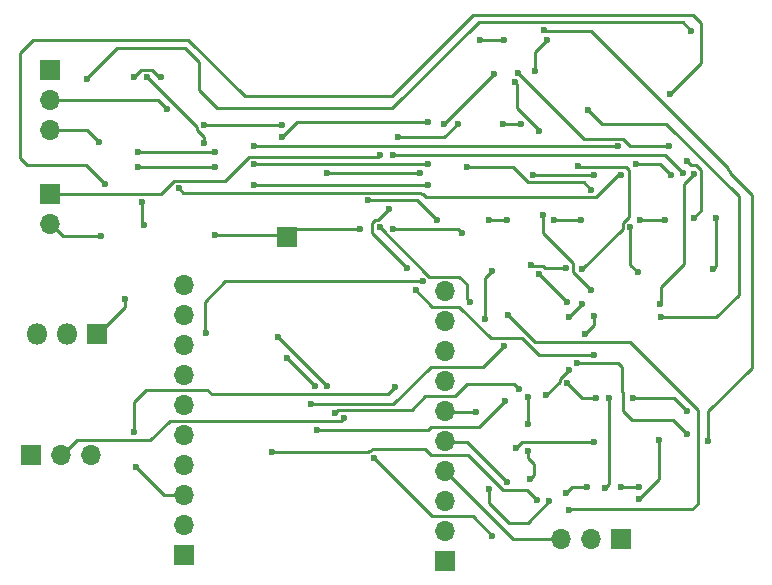
<source format=gbl>
G04 #@! TF.FileFunction,Copper,L2,Bot,Signal*
%FSLAX46Y46*%
G04 Gerber Fmt 4.6, Leading zero omitted, Abs format (unit mm)*
G04 Created by KiCad (PCBNEW 4.0.4-stable) date 11/20/17 17:19:46*
%MOMM*%
%LPD*%
G01*
G04 APERTURE LIST*
%ADD10C,0.100000*%
%ADD11R,1.700000X1.700000*%
%ADD12O,1.700000X1.700000*%
%ADD13R,1.800000X1.800000*%
%ADD14O,1.800000X1.800000*%
%ADD15C,0.600000*%
%ADD16C,0.250000*%
G04 APERTURE END LIST*
D10*
D11*
X116468359Y-96889499D03*
D12*
X116468359Y-99429499D03*
X116468359Y-101969499D03*
D11*
X114884200Y-129552700D03*
D12*
X117424200Y-129552700D03*
X119964200Y-129552700D03*
D11*
X149936200Y-138493500D03*
D12*
X149936200Y-135953500D03*
X149936200Y-133413500D03*
X149936200Y-130873500D03*
X149936200Y-128333500D03*
X149936200Y-125793500D03*
X149936200Y-123253500D03*
X149936200Y-120713500D03*
X149936200Y-118173500D03*
X149936200Y-115633500D03*
D11*
X164846000Y-136588500D03*
D12*
X162306000Y-136588500D03*
X159766000Y-136588500D03*
D11*
X116532859Y-107381999D03*
D12*
X116532859Y-109921999D03*
D11*
X127838200Y-138010900D03*
D12*
X127838200Y-135470900D03*
X127838200Y-132930900D03*
X127838200Y-130390900D03*
X127838200Y-127850900D03*
X127838200Y-125310900D03*
X127838200Y-122770900D03*
X127838200Y-120230900D03*
X127838200Y-117690900D03*
X127838200Y-115150900D03*
D11*
X136575800Y-111061500D03*
D13*
X120472200Y-119265700D03*
D14*
X117932200Y-119265700D03*
X115392200Y-119265700D03*
D15*
X153339800Y-118021100D03*
X153924000Y-113957100D03*
X152527000Y-125857000D03*
X155956000Y-128905000D03*
X162560000Y-128397000D03*
X157226000Y-113411000D03*
X160147000Y-113665000D03*
X129540000Y-101600000D03*
X136144000Y-101600000D03*
X149225000Y-109601000D03*
X143383000Y-107950000D03*
X122809000Y-116332000D03*
X126365000Y-100203000D03*
X172593000Y-113792000D03*
X172847000Y-109474000D03*
X161417000Y-109601000D03*
X159131000Y-109601000D03*
X155194000Y-109601000D03*
X153670000Y-109601000D03*
X130429000Y-103886000D03*
X123952000Y-103886000D03*
X151384000Y-110744000D03*
X145542000Y-110363000D03*
X148463000Y-104902000D03*
X133731000Y-104902000D03*
X120650000Y-102997000D03*
X157149800Y-131533900D03*
X155194000Y-131826000D03*
X154813000Y-101473000D03*
X156337000Y-101473000D03*
X156972000Y-129159000D03*
X156972000Y-126873000D03*
X156972000Y-124587000D03*
X141351000Y-126365000D03*
X161163000Y-105029000D03*
X161544000Y-113792000D03*
X161544000Y-116713000D03*
X160401000Y-117856000D03*
X160401000Y-122301000D03*
X158496000Y-124460000D03*
X124460000Y-110045500D03*
X124256800Y-108089700D03*
X121183400Y-106591100D03*
X168960800Y-98920300D03*
X166471600Y-109613700D03*
X168579800Y-109613700D03*
X170992800Y-109435900D03*
X170408600Y-104584500D03*
X165608000Y-110236000D03*
X166243000Y-114046000D03*
X168021000Y-128270000D03*
X166370000Y-133223000D03*
X127381000Y-106934000D03*
X164846000Y-105791000D03*
X123571000Y-97536000D03*
X125857000Y-97536000D03*
X158318200Y-93560900D03*
X161137600Y-121704100D03*
X170434000Y-127723900D03*
X172237400Y-128308100D03*
X158242000Y-109220000D03*
X162306000Y-115570000D03*
X162560000Y-117729000D03*
X161798000Y-119253000D03*
X168173400Y-116700300D03*
X171018200Y-105727500D03*
X157861000Y-102044500D03*
X155854400Y-97929700D03*
X157556200Y-96964500D03*
X158572200Y-94399100D03*
X162306000Y-107061000D03*
X151765000Y-105156000D03*
X168249600Y-117868700D03*
X162026600Y-100291900D03*
X154940000Y-94361000D03*
X152908000Y-94361000D03*
X151003000Y-101473000D03*
X145923000Y-102616000D03*
X144399000Y-104140000D03*
X119659400Y-97701100D03*
X170789600Y-93586300D03*
X170408600Y-125818900D03*
X165862000Y-124650500D03*
X163830000Y-124714000D03*
X163449000Y-132334000D03*
X164846000Y-132207000D03*
X166370000Y-132207000D03*
X169037000Y-105791000D03*
X166116000Y-104902000D03*
X164592000Y-103378000D03*
X133731000Y-103378000D03*
X170053000Y-105664000D03*
X145542000Y-104140000D03*
X139954000Y-123698000D03*
X135763000Y-119507000D03*
X156235400Y-123964700D03*
X140589000Y-125945900D03*
X130429000Y-110871000D03*
X157734000Y-133350000D03*
X135255000Y-129286000D03*
X138938000Y-123698000D03*
X136525000Y-121285000D03*
X142748000Y-110363000D03*
X120777000Y-110998000D03*
X123774200Y-130568700D03*
X123621800Y-127571500D03*
X145745200Y-123736100D03*
X154990800Y-124955300D03*
X139065000Y-127381000D03*
X154940000Y-120269000D03*
X138557000Y-125222000D03*
X130429000Y-105156000D03*
X123952000Y-105156000D03*
X148463000Y-106680000D03*
X133731000Y-106680000D03*
X155295600Y-117665500D03*
X160477200Y-134150100D03*
X153949400Y-136334500D03*
X143916400Y-129781300D03*
X148082000Y-114820700D03*
X129667000Y-119189500D03*
X157861000Y-114173000D03*
X160274000Y-116586000D03*
X162687000Y-124714000D03*
X160274000Y-123444000D03*
X129540000Y-103124000D03*
X124714000Y-97536000D03*
X162560000Y-105791000D03*
X157353000Y-105791000D03*
X145161000Y-108712000D03*
X146685000Y-113665000D03*
X147447000Y-115570000D03*
X162560000Y-121031000D03*
X136144000Y-102616000D03*
X148463000Y-101346000D03*
X156083000Y-97155000D03*
X168910000Y-103378000D03*
X139954000Y-105664000D03*
X147828000Y-105664000D03*
X149860000Y-101473000D03*
X154051000Y-97282000D03*
X158775400Y-133413500D03*
X153670000Y-132397500D03*
X160147000Y-132715000D03*
X161925000Y-132207000D03*
X144399000Y-110236000D03*
X152019000Y-116598700D03*
D16*
X153339800Y-114541300D02*
X153339800Y-118021100D01*
X153924000Y-113957100D02*
X153339800Y-114541300D01*
X149936200Y-125793500D02*
X149987000Y-125857000D01*
X149987000Y-125857000D02*
X152527000Y-125857000D01*
X155956000Y-128905000D02*
X156464000Y-128397000D01*
X156464000Y-128397000D02*
X162560000Y-128397000D01*
X157226000Y-113411000D02*
X157353000Y-113538000D01*
X157353000Y-113538000D02*
X158242000Y-113538000D01*
X158242000Y-113538000D02*
X158369000Y-113665000D01*
X158369000Y-113665000D02*
X160147000Y-113665000D01*
X136144000Y-101600000D02*
X129540000Y-101600000D01*
X149225000Y-109601000D02*
X147574000Y-107950000D01*
X147574000Y-107950000D02*
X143383000Y-107950000D01*
X122809000Y-116332000D02*
X122809000Y-116967000D01*
X122809000Y-116967000D02*
X120523000Y-119253000D01*
X120523000Y-119253000D02*
X120472200Y-119265700D01*
X126365000Y-100203000D02*
X125603000Y-99441000D01*
X125603000Y-99441000D02*
X116459000Y-99441000D01*
X116459000Y-99441000D02*
X116468359Y-99429499D01*
X172847000Y-113538000D02*
X172593000Y-113792000D01*
X172847000Y-109474000D02*
X172847000Y-113538000D01*
X161417000Y-109601000D02*
X159131000Y-109601000D01*
X155194000Y-109601000D02*
X153670000Y-109601000D01*
X130429000Y-103886000D02*
X123952000Y-103886000D01*
X151384000Y-110744000D02*
X151003000Y-110363000D01*
X151003000Y-110363000D02*
X145542000Y-110363000D01*
X148463000Y-104902000D02*
X133731000Y-104902000D01*
X120650000Y-102997000D02*
X119634000Y-101981000D01*
X119634000Y-101981000D02*
X116459000Y-101981000D01*
X116459000Y-101981000D02*
X116468359Y-101969499D01*
X157473650Y-131210050D02*
X157473650Y-130295650D01*
X157149800Y-131533900D02*
X157473650Y-131210050D01*
X155194000Y-131826000D02*
X151765000Y-128397000D01*
X151765000Y-128397000D02*
X149987000Y-128397000D01*
X149987000Y-128397000D02*
X149936200Y-128333500D01*
X154813000Y-101473000D02*
X156337000Y-101473000D01*
X156972000Y-129794000D02*
X157473650Y-130295650D01*
X156972000Y-129159000D02*
X156972000Y-129794000D01*
X156972000Y-124587000D02*
X156972000Y-126873000D01*
X141351000Y-126365000D02*
X141097000Y-126619000D01*
X141097000Y-126619000D02*
X126619000Y-126619000D01*
X126619000Y-126619000D02*
X124968000Y-128270000D01*
X124968000Y-128270000D02*
X118745000Y-128270000D01*
X118745000Y-128270000D02*
X117475000Y-129540000D01*
X117475000Y-129540000D02*
X117424200Y-129552700D01*
X161163000Y-105029000D02*
X161290000Y-105156000D01*
X161290000Y-105156000D02*
X165227000Y-105156000D01*
X165227000Y-105156000D02*
X165481000Y-105410000D01*
X165481000Y-105410000D02*
X165481000Y-109347000D01*
X165481000Y-109347000D02*
X164973000Y-109855000D01*
X164973000Y-109855000D02*
X164973000Y-110363000D01*
X164973000Y-110363000D02*
X161544000Y-113792000D01*
X161544000Y-116713000D02*
X160401000Y-117856000D01*
X160401000Y-122301000D02*
X159639000Y-123063000D01*
X159639000Y-123063000D02*
X159639000Y-123317000D01*
X159639000Y-123317000D02*
X158496000Y-124460000D01*
X124460000Y-110045500D02*
X124256800Y-109842300D01*
X124256800Y-109842300D02*
X124256800Y-108089700D01*
X121183400Y-106591100D02*
X119557800Y-104965500D01*
X119557800Y-104965500D02*
X114579400Y-104965500D01*
X114579400Y-104965500D02*
X113944400Y-104330500D01*
X113944400Y-104330500D02*
X113944400Y-95465900D01*
X113944400Y-95465900D02*
X115036600Y-94373700D01*
X115036600Y-94373700D02*
X128193800Y-94373700D01*
X128193800Y-94373700D02*
X132969000Y-99148900D01*
X132969000Y-99148900D02*
X145440400Y-99148900D01*
X145440400Y-99148900D02*
X152298400Y-92290900D01*
X152298400Y-92290900D02*
X170942000Y-92290900D01*
X170942000Y-92290900D02*
X171577000Y-92925900D01*
X171577000Y-92925900D02*
X171577000Y-96304100D01*
X171577000Y-96304100D02*
X168960800Y-98920300D01*
X168579800Y-109613700D02*
X166471600Y-109613700D01*
X171653200Y-108775500D02*
X170992800Y-109435900D01*
X171653200Y-105371900D02*
X171653200Y-108775500D01*
X171221400Y-104940100D02*
X171653200Y-105371900D01*
X170764200Y-104940100D02*
X171221400Y-104940100D01*
X170408600Y-104584500D02*
X170764200Y-104940100D01*
X165608000Y-110236000D02*
X165608000Y-113411000D01*
X165608000Y-113411000D02*
X166243000Y-114046000D01*
X168021000Y-128270000D02*
X168021000Y-131572000D01*
X168021000Y-131572000D02*
X166370000Y-133223000D01*
X127381000Y-106934000D02*
X127762000Y-107315000D01*
X127762000Y-107315000D02*
X147828000Y-107315000D01*
X147828000Y-107315000D02*
X147955000Y-107442000D01*
X147955000Y-107442000D02*
X148082000Y-107442000D01*
X148082000Y-107442000D02*
X148336000Y-107696000D01*
X148336000Y-107696000D02*
X162687000Y-107696000D01*
X162687000Y-107696000D02*
X164592000Y-105791000D01*
X164592000Y-105791000D02*
X164846000Y-105791000D01*
X123571000Y-97536000D02*
X124206000Y-96901000D01*
X124206000Y-96901000D02*
X125095000Y-96901000D01*
X125095000Y-96901000D02*
X125730000Y-97536000D01*
X125730000Y-97536000D02*
X125857000Y-97536000D01*
X174066200Y-105498900D02*
X174066200Y-105676700D01*
X158318200Y-93560900D02*
X158394400Y-93637100D01*
X158394400Y-93637100D02*
X162331400Y-93637100D01*
X162331400Y-93637100D02*
X173913800Y-105219500D01*
X173913800Y-105219500D02*
X173913800Y-105346500D01*
X173913800Y-105346500D02*
X174066200Y-105498900D01*
X164566600Y-121704100D02*
X161137600Y-121704100D01*
X164947600Y-122085100D02*
X164566600Y-121704100D01*
X164947600Y-124167900D02*
X164947600Y-122085100D01*
X164998400Y-124218700D02*
X164947600Y-124167900D01*
X164998400Y-125768100D02*
X164998400Y-124218700D01*
X165760400Y-126530100D02*
X164998400Y-125768100D01*
X169240200Y-126530100D02*
X165760400Y-126530100D01*
X170434000Y-127723900D02*
X169240200Y-126530100D01*
X172237400Y-125818900D02*
X172237400Y-128308100D01*
X175920400Y-122135900D02*
X172237400Y-125818900D01*
X175920400Y-107530900D02*
X175920400Y-122135900D01*
X174066200Y-105676700D02*
X175920400Y-107530900D01*
X158242000Y-109220000D02*
X158242000Y-110744000D01*
X158242000Y-110744000D02*
X160782000Y-113284000D01*
X160782000Y-113284000D02*
X160782000Y-114046000D01*
X160782000Y-114046000D02*
X162306000Y-115570000D01*
X162560000Y-117729000D02*
X162560000Y-118491000D01*
X162560000Y-118491000D02*
X161798000Y-119253000D01*
X168173400Y-116700300D02*
X168198800Y-116674900D01*
X168198800Y-116674900D02*
X168198800Y-115328700D01*
X168198800Y-115328700D02*
X170205400Y-113322100D01*
X170205400Y-113322100D02*
X170205400Y-106616500D01*
X170205400Y-106540300D02*
X170205400Y-106616500D01*
X171018200Y-105727500D02*
X170205400Y-106540300D01*
X157861000Y-101968300D02*
X157861000Y-102044500D01*
X156032200Y-100139500D02*
X157861000Y-101968300D01*
X156032200Y-98107500D02*
X156032200Y-100139500D01*
X155854400Y-97929700D02*
X156032200Y-98107500D01*
X157556200Y-95415100D02*
X157556200Y-96964500D01*
X158572200Y-94399100D02*
X157556200Y-95415100D01*
X162306000Y-107061000D02*
X161671000Y-106426000D01*
X161671000Y-106426000D02*
X156972000Y-106426000D01*
X156972000Y-106426000D02*
X155702000Y-105156000D01*
X155702000Y-105156000D02*
X151765000Y-105156000D01*
X172897800Y-117868700D02*
X168249600Y-117868700D01*
X174802800Y-115963700D02*
X172897800Y-117868700D01*
X174802800Y-107607100D02*
X174802800Y-115963700D01*
X168681400Y-101485700D02*
X174802800Y-107607100D01*
X163220400Y-101485700D02*
X168681400Y-101485700D01*
X162026600Y-100291900D02*
X163220400Y-101485700D01*
X154940000Y-94361000D02*
X152908000Y-94361000D01*
X151003000Y-101473000D02*
X149860000Y-102616000D01*
X149860000Y-102616000D02*
X145923000Y-102616000D01*
X144399000Y-104140000D02*
X144272000Y-104267000D01*
X144272000Y-104267000D02*
X133350000Y-104267000D01*
X133350000Y-104267000D02*
X131318000Y-106299000D01*
X131318000Y-106299000D02*
X127000000Y-106299000D01*
X127000000Y-106299000D02*
X125857000Y-107442000D01*
X125857000Y-107442000D02*
X116586000Y-107442000D01*
X116586000Y-107442000D02*
X116532859Y-107381999D01*
X119659400Y-97574100D02*
X119659400Y-97701100D01*
X122148600Y-95084900D02*
X119659400Y-97574100D01*
X127965200Y-95084900D02*
X122148600Y-95084900D01*
X129082800Y-96202500D02*
X127965200Y-95084900D01*
X129082800Y-98640900D02*
X129082800Y-96202500D01*
X130606800Y-100164900D02*
X129082800Y-98640900D01*
X145465800Y-100164900D02*
X130606800Y-100164900D01*
X152781000Y-92849700D02*
X145465800Y-100164900D01*
X170053000Y-92849700D02*
X152781000Y-92849700D01*
X170789600Y-93586300D02*
X170053000Y-92849700D01*
X169316400Y-124726700D02*
X170408600Y-125818900D01*
X165938200Y-124726700D02*
X169316400Y-124726700D01*
X165862000Y-124650500D02*
X165938200Y-124726700D01*
X163830000Y-124714000D02*
X163830000Y-131953000D01*
X163830000Y-131953000D02*
X163449000Y-132334000D01*
X164846000Y-132207000D02*
X166370000Y-132207000D01*
X169037000Y-105791000D02*
X168148000Y-104902000D01*
X168148000Y-104902000D02*
X166116000Y-104902000D01*
X164592000Y-103378000D02*
X133731000Y-103378000D01*
X170053000Y-105664000D02*
X168529000Y-104140000D01*
X168529000Y-104140000D02*
X145542000Y-104140000D01*
X139954000Y-123698000D02*
X135763000Y-119507000D01*
X156235400Y-123964700D02*
X155803600Y-123532900D01*
X155803600Y-123532900D02*
X151790400Y-123532900D01*
X151790400Y-123532900D02*
X150799800Y-124523500D01*
X150799800Y-124523500D02*
X148259800Y-124523500D01*
X148259800Y-124523500D02*
X147111298Y-125672002D01*
X147111298Y-125672002D02*
X140862898Y-125672002D01*
X140862898Y-125672002D02*
X140589000Y-125945900D01*
X136271000Y-110871000D02*
X130429000Y-110871000D01*
X157734000Y-133350000D02*
X156845000Y-132461000D01*
X156845000Y-132461000D02*
X154813000Y-132461000D01*
X154813000Y-132461000D02*
X151892000Y-129540000D01*
X151892000Y-129540000D02*
X148717000Y-129540000D01*
X148717000Y-129540000D02*
X148209000Y-129032000D01*
X148209000Y-129032000D02*
X143764000Y-129032000D01*
X143764000Y-129032000D02*
X143637000Y-129159000D01*
X143637000Y-129159000D02*
X143510000Y-129159000D01*
X143510000Y-129159000D02*
X143383000Y-129286000D01*
X143383000Y-129286000D02*
X135255000Y-129286000D01*
X138938000Y-123698000D02*
X136525000Y-121285000D01*
X136575800Y-111061500D02*
X136525000Y-111125000D01*
X136525000Y-111125000D02*
X136271000Y-110871000D01*
X136575800Y-111061500D02*
X136525000Y-111125000D01*
X136525000Y-111125000D02*
X137287000Y-110363000D01*
X137287000Y-110363000D02*
X142748000Y-110363000D01*
X149936200Y-130873500D02*
X149987000Y-130937000D01*
X149987000Y-130937000D02*
X155702000Y-136652000D01*
X155702000Y-136652000D02*
X159766000Y-136652000D01*
X159766000Y-136652000D02*
X159766000Y-136588500D01*
X116532859Y-109921999D02*
X116586000Y-109982000D01*
X116586000Y-109982000D02*
X117602000Y-110998000D01*
X117602000Y-110998000D02*
X120777000Y-110998000D01*
X126136400Y-132930900D02*
X127838200Y-132930900D01*
X123774200Y-130568700D02*
X126136400Y-132930900D01*
X123621800Y-125006100D02*
X123621800Y-127571500D01*
X124637800Y-123990100D02*
X123621800Y-125006100D01*
X129794000Y-123990100D02*
X124637800Y-123990100D01*
X130175000Y-124371100D02*
X129794000Y-123990100D01*
X145110200Y-124371100D02*
X130175000Y-124371100D01*
X145745200Y-123736100D02*
X145110200Y-124371100D01*
X152349200Y-127127000D02*
X152819100Y-127127000D01*
X152819100Y-127127000D02*
X154990800Y-124955300D01*
X152400000Y-127127000D02*
X152349200Y-127127000D01*
X152349200Y-127127000D02*
X148717000Y-127127000D01*
X148717000Y-127127000D02*
X148463000Y-127381000D01*
X148463000Y-127381000D02*
X139065000Y-127381000D01*
X154940000Y-120269000D02*
X153162000Y-122047000D01*
X153162000Y-122047000D02*
X148717000Y-122047000D01*
X148717000Y-122047000D02*
X145542000Y-125222000D01*
X145542000Y-125222000D02*
X138557000Y-125222000D01*
X130429000Y-105156000D02*
X123952000Y-105156000D01*
X148463000Y-106680000D02*
X133731000Y-106680000D01*
X157581600Y-119951500D02*
X155295600Y-117665500D01*
X165633400Y-119951500D02*
X157581600Y-119951500D01*
X171373800Y-125691900D02*
X165633400Y-119951500D01*
X171373800Y-133642100D02*
X171373800Y-125691900D01*
X170891200Y-134124700D02*
X171373800Y-133642100D01*
X160502600Y-134124700D02*
X170891200Y-134124700D01*
X160477200Y-134150100D02*
X160502600Y-134124700D01*
X153924000Y-136334500D02*
X153949400Y-136334500D01*
X152273000Y-134683500D02*
X153924000Y-136334500D01*
X148818600Y-134683500D02*
X152273000Y-134683500D01*
X143916400Y-129781300D02*
X148818600Y-134683500D01*
X131343400Y-114820700D02*
X148082000Y-114820700D01*
X129616200Y-116547900D02*
X131343400Y-114820700D01*
X129616200Y-119138700D02*
X129616200Y-116547900D01*
X129667000Y-119189500D02*
X129616200Y-119138700D01*
X157861000Y-114173000D02*
X160274000Y-116586000D01*
X161544000Y-124714000D02*
X162687000Y-124714000D01*
X160274000Y-123444000D02*
X161544000Y-124714000D01*
X129540000Y-103124000D02*
X129540000Y-102616000D01*
X129540000Y-102616000D02*
X128905000Y-101981000D01*
X128905000Y-101981000D02*
X128905000Y-101727000D01*
X128905000Y-101727000D02*
X124714000Y-97536000D01*
X162560000Y-105791000D02*
X157353000Y-105791000D01*
X145161000Y-108712000D02*
X144272000Y-109601000D01*
X144272000Y-109601000D02*
X144018000Y-109601000D01*
X144018000Y-109601000D02*
X143764000Y-109855000D01*
X143764000Y-109855000D02*
X143764000Y-110744000D01*
X143764000Y-110744000D02*
X146685000Y-113665000D01*
X147447000Y-115570000D02*
X148844000Y-116967000D01*
X148844000Y-116967000D02*
X151130000Y-116967000D01*
X151130000Y-116967000D02*
X153797000Y-119634000D01*
X153797000Y-119634000D02*
X156464000Y-119634000D01*
X156464000Y-119634000D02*
X157861000Y-121031000D01*
X157861000Y-121031000D02*
X162560000Y-121031000D01*
X136144000Y-102616000D02*
X137414000Y-101346000D01*
X137414000Y-101346000D02*
X148463000Y-101346000D01*
X156083000Y-97155000D02*
X161671000Y-102743000D01*
X161671000Y-102743000D02*
X164973000Y-102743000D01*
X164973000Y-102743000D02*
X165608000Y-103378000D01*
X165608000Y-103378000D02*
X168910000Y-103378000D01*
X139954000Y-105664000D02*
X147828000Y-105664000D01*
X149860000Y-101473000D02*
X154051000Y-97282000D01*
X158775400Y-133413500D02*
X156946600Y-135242300D01*
X156946600Y-135242300D02*
X155346400Y-135242300D01*
X155346400Y-135242300D02*
X153670000Y-133565900D01*
X153670000Y-133565900D02*
X153670000Y-132397500D01*
X160147000Y-132715000D02*
X160655000Y-132207000D01*
X160655000Y-132207000D02*
X161925000Y-132207000D01*
X151771350Y-116351050D02*
X151771350Y-115068350D01*
X144399000Y-110236000D02*
X148590000Y-114427000D01*
X148590000Y-114427000D02*
X151130000Y-114427000D01*
X151130000Y-114427000D02*
X151771350Y-115068350D01*
X152019000Y-116598700D02*
X151771350Y-116351050D01*
M02*

</source>
